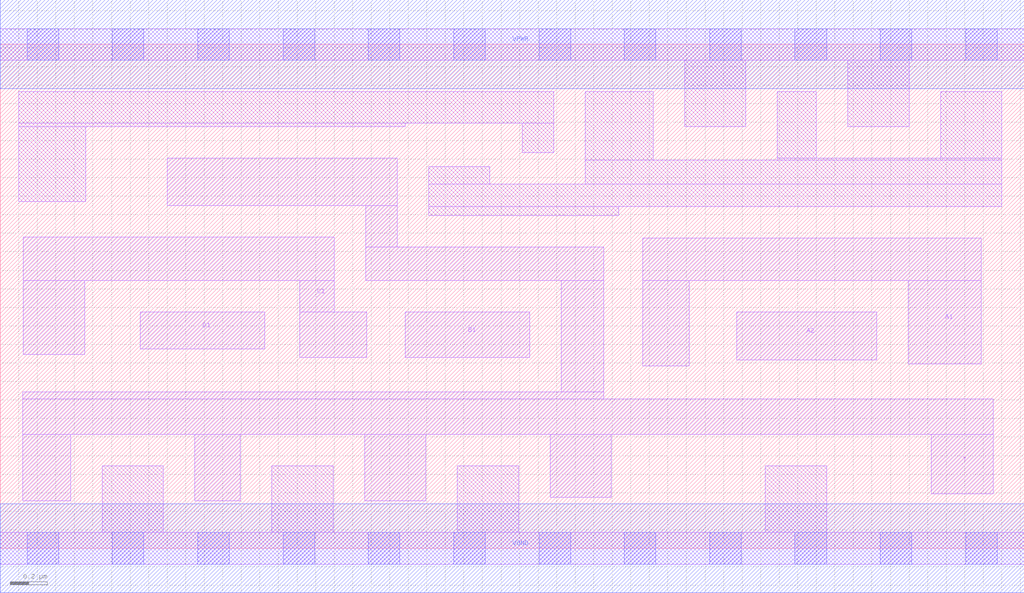
<source format=lef>
# Copyright 2020 The SkyWater PDK Authors
#
# Licensed under the Apache License, Version 2.0 (the "License");
# you may not use this file except in compliance with the License.
# You may obtain a copy of the License at
#
#     https://www.apache.org/licenses/LICENSE-2.0
#
# Unless required by applicable law or agreed to in writing, software
# distributed under the License is distributed on an "AS IS" BASIS,
# WITHOUT WARRANTIES OR CONDITIONS OF ANY KIND, either express or implied.
# See the License for the specific language governing permissions and
# limitations under the License.
#
# SPDX-License-Identifier: Apache-2.0

VERSION 5.7 ;
  NOWIREEXTENSIONATPIN ON ;
  DIVIDERCHAR "/" ;
  BUSBITCHARS "[]" ;
UNITS
  DATABASE MICRONS 200 ;
END UNITS
MACRO sky130_fd_sc_hd__a2111oi_2
  CLASS CORE ;
  FOREIGN sky130_fd_sc_hd__a2111oi_2 ;
  ORIGIN  0.000000  0.000000 ;
  SIZE  5.520000 BY  2.720000 ;
  SYMMETRY X Y R90 ;
  SITE unithd ;
  PIN A1
    ANTENNAGATEAREA  0.495000 ;
    DIRECTION INPUT ;
    USE SIGNAL ;
    PORT
      LAYER li1 ;
        RECT 3.465000 0.985000 3.715000 1.445000 ;
        RECT 3.465000 1.445000 5.290000 1.675000 ;
        RECT 4.895000 0.995000 5.290000 1.445000 ;
    END
  END A1
  PIN A2
    ANTENNAGATEAREA  0.495000 ;
    DIRECTION INPUT ;
    USE SIGNAL ;
    PORT
      LAYER li1 ;
        RECT 3.970000 1.015000 4.725000 1.275000 ;
    END
  END A2
  PIN B1
    ANTENNAGATEAREA  0.495000 ;
    DIRECTION INPUT ;
    USE SIGNAL ;
    PORT
      LAYER li1 ;
        RECT 2.185000 1.030000 2.855000 1.275000 ;
    END
  END B1
  PIN C1
    ANTENNAGATEAREA  0.495000 ;
    DIRECTION INPUT ;
    USE SIGNAL ;
    PORT
      LAYER li1 ;
        RECT 0.125000 1.045000 0.455000 1.445000 ;
        RECT 0.125000 1.445000 1.800000 1.680000 ;
        RECT 1.615000 1.030000 1.975000 1.275000 ;
        RECT 1.615000 1.275000 1.800000 1.445000 ;
    END
  END C1
  PIN D1
    ANTENNAGATEAREA  0.495000 ;
    DIRECTION INPUT ;
    USE SIGNAL ;
    PORT
      LAYER li1 ;
        RECT 0.755000 1.075000 1.425000 1.275000 ;
    END
  END D1
  PIN Y
    ANTENNADIFFAREA  1.212750 ;
    DIRECTION OUTPUT ;
    USE SIGNAL ;
    PORT
      LAYER li1 ;
        RECT 0.120000 0.255000 0.380000 0.615000 ;
        RECT 0.120000 0.615000 5.355000 0.805000 ;
        RECT 0.120000 0.805000 3.255000 0.845000 ;
        RECT 0.900000 1.850000 2.140000 2.105000 ;
        RECT 1.050000 0.255000 1.295000 0.615000 ;
        RECT 1.965000 0.255000 2.295000 0.615000 ;
        RECT 1.970000 1.445000 3.255000 1.625000 ;
        RECT 1.970000 1.625000 2.140000 1.850000 ;
        RECT 2.965000 0.275000 3.295000 0.615000 ;
        RECT 3.025000 0.845000 3.255000 1.445000 ;
        RECT 5.020000 0.295000 5.355000 0.615000 ;
    END
  END Y
  PIN VGND
    DIRECTION INOUT ;
    SHAPE ABUTMENT ;
    USE GROUND ;
    PORT
      LAYER met1 ;
        RECT 0.000000 -0.240000 5.520000 0.240000 ;
    END
  END VGND
  PIN VPWR
    DIRECTION INOUT ;
    SHAPE ABUTMENT ;
    USE POWER ;
    PORT
      LAYER met1 ;
        RECT 0.000000 2.480000 5.520000 2.960000 ;
    END
  END VPWR
  OBS
    LAYER li1 ;
      RECT 0.000000 -0.085000 5.520000 0.085000 ;
      RECT 0.000000  2.635000 5.520000 2.805000 ;
      RECT 0.100000  1.870000 0.460000 2.275000 ;
      RECT 0.100000  2.275000 2.185000 2.295000 ;
      RECT 0.100000  2.295000 2.985000 2.465000 ;
      RECT 0.550000  0.085000 0.880000 0.445000 ;
      RECT 1.465000  0.085000 1.795000 0.445000 ;
      RECT 2.310000  1.795000 3.335000 1.845000 ;
      RECT 2.310000  1.845000 5.400000 1.965000 ;
      RECT 2.310000  1.965000 2.640000 2.060000 ;
      RECT 2.465000  0.085000 2.795000 0.445000 ;
      RECT 2.815000  2.135000 2.985000 2.295000 ;
      RECT 3.155000  1.965000 5.400000 2.095000 ;
      RECT 3.155000  2.095000 3.520000 2.465000 ;
      RECT 3.690000  2.275000 4.020000 2.635000 ;
      RECT 4.125000  0.085000 4.455000 0.445000 ;
      RECT 4.190000  2.095000 5.400000 2.105000 ;
      RECT 4.190000  2.105000 4.400000 2.465000 ;
      RECT 4.570000  2.275000 4.900000 2.635000 ;
      RECT 5.070000  2.105000 5.400000 2.465000 ;
    LAYER mcon ;
      RECT 0.145000 -0.085000 0.315000 0.085000 ;
      RECT 0.145000  2.635000 0.315000 2.805000 ;
      RECT 0.605000 -0.085000 0.775000 0.085000 ;
      RECT 0.605000  2.635000 0.775000 2.805000 ;
      RECT 1.065000 -0.085000 1.235000 0.085000 ;
      RECT 1.065000  2.635000 1.235000 2.805000 ;
      RECT 1.525000 -0.085000 1.695000 0.085000 ;
      RECT 1.525000  2.635000 1.695000 2.805000 ;
      RECT 1.985000 -0.085000 2.155000 0.085000 ;
      RECT 1.985000  2.635000 2.155000 2.805000 ;
      RECT 2.445000 -0.085000 2.615000 0.085000 ;
      RECT 2.445000  2.635000 2.615000 2.805000 ;
      RECT 2.905000 -0.085000 3.075000 0.085000 ;
      RECT 2.905000  2.635000 3.075000 2.805000 ;
      RECT 3.365000 -0.085000 3.535000 0.085000 ;
      RECT 3.365000  2.635000 3.535000 2.805000 ;
      RECT 3.825000 -0.085000 3.995000 0.085000 ;
      RECT 3.825000  2.635000 3.995000 2.805000 ;
      RECT 4.285000 -0.085000 4.455000 0.085000 ;
      RECT 4.285000  2.635000 4.455000 2.805000 ;
      RECT 4.745000 -0.085000 4.915000 0.085000 ;
      RECT 4.745000  2.635000 4.915000 2.805000 ;
      RECT 5.205000 -0.085000 5.375000 0.085000 ;
      RECT 5.205000  2.635000 5.375000 2.805000 ;
  END
END sky130_fd_sc_hd__a2111oi_2
END LIBRARY

</source>
